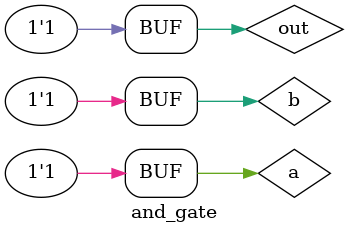
<source format=v>
`timescale 1ns / 1ps


module and_gate();
reg a,b;
wire out;
assign out=a&b;
initial begin 
a=0;b=0;#10;
a=0;b=1;#10;
a=1;b=0;#10;
a=1;b=1;#10;
end
endmodule

</source>
